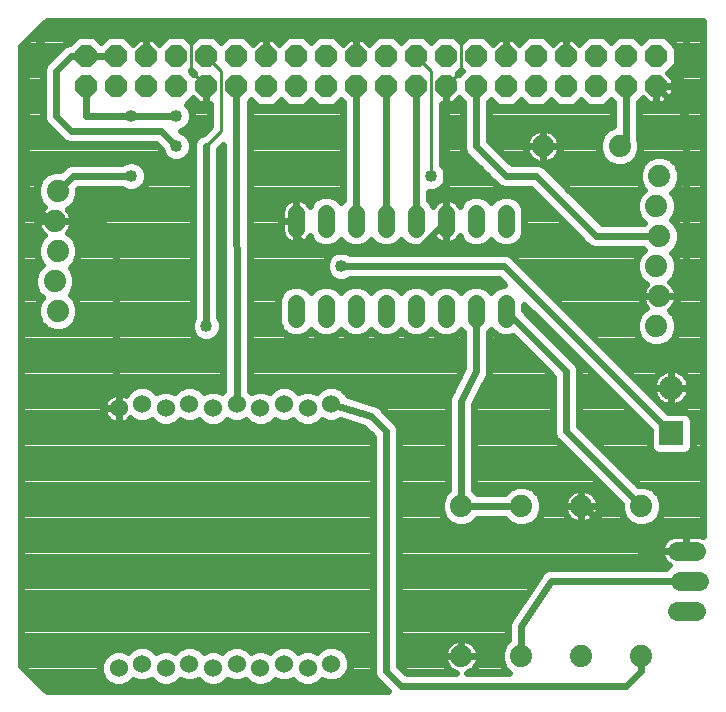
<source format=gbl>
G75*
%MOIN*%
%OFA0B0*%
%FSLAX25Y25*%
%IPPOS*%
%LPD*%
%AMOC8*
5,1,8,0,0,1.08239X$1,22.5*
%
%ADD10C,0.07400*%
%ADD11C,0.05600*%
%ADD12OC8,0.07400*%
%ADD13R,0.08000X0.08000*%
%ADD14C,0.08000*%
%ADD15C,0.06400*%
%ADD16C,0.06000*%
%ADD17C,0.02400*%
%ADD18C,0.01000*%
%ADD19C,0.04000*%
%ADD20C,0.01600*%
D10*
X0017700Y0132200D03*
X0016700Y0142200D03*
X0017700Y0152200D03*
X0016700Y0162200D03*
X0017700Y0172200D03*
X0152200Y0067200D03*
X0172200Y0067200D03*
X0192200Y0067200D03*
X0212200Y0067200D03*
X0212200Y0017200D03*
X0192200Y0017200D03*
X0172200Y0017200D03*
X0152200Y0017200D03*
X0217200Y0127200D03*
X0218200Y0137200D03*
X0217200Y0147200D03*
X0218200Y0157200D03*
X0217200Y0167200D03*
X0218200Y0177200D03*
X0204995Y0187200D03*
X0179405Y0187200D03*
D11*
X0167200Y0165000D02*
X0167200Y0159400D01*
X0157200Y0159400D02*
X0157200Y0165000D01*
X0147200Y0165000D02*
X0147200Y0159400D01*
X0137200Y0159400D02*
X0137200Y0165000D01*
X0127200Y0165000D02*
X0127200Y0159400D01*
X0117200Y0159400D02*
X0117200Y0165000D01*
X0107200Y0165000D02*
X0107200Y0159400D01*
X0097200Y0159400D02*
X0097200Y0165000D01*
X0097200Y0135000D02*
X0097200Y0129400D01*
X0107200Y0129400D02*
X0107200Y0135000D01*
X0117200Y0135000D02*
X0117200Y0129400D01*
X0127200Y0129400D02*
X0127200Y0135000D01*
X0137200Y0135000D02*
X0137200Y0129400D01*
X0147200Y0129400D02*
X0147200Y0135000D01*
X0157200Y0135000D02*
X0157200Y0129400D01*
X0167200Y0129400D02*
X0167200Y0135000D01*
D12*
X0167200Y0207200D03*
X0167200Y0217200D03*
X0157200Y0217200D03*
X0157200Y0207200D03*
X0147200Y0207200D03*
X0147200Y0217200D03*
X0137200Y0217200D03*
X0137200Y0207200D03*
X0127200Y0207200D03*
X0127200Y0217200D03*
X0117200Y0217200D03*
X0117200Y0207200D03*
X0107200Y0207200D03*
X0107200Y0217200D03*
X0097200Y0217200D03*
X0097200Y0207200D03*
X0087200Y0207200D03*
X0087200Y0217200D03*
X0077200Y0217200D03*
X0077200Y0207200D03*
X0067200Y0207200D03*
X0067200Y0217200D03*
X0057200Y0217200D03*
X0057200Y0207200D03*
X0047200Y0207200D03*
X0047200Y0217200D03*
X0037200Y0217200D03*
X0037200Y0207200D03*
X0027200Y0207200D03*
X0027200Y0217200D03*
X0177200Y0217200D03*
X0177200Y0207200D03*
X0187200Y0207200D03*
X0187200Y0217200D03*
X0197200Y0217200D03*
X0197200Y0207200D03*
X0207200Y0207200D03*
X0207200Y0217200D03*
X0217200Y0217200D03*
X0217200Y0207200D03*
D13*
X0222200Y0091500D03*
D14*
X0222200Y0106680D03*
D15*
X0224000Y0052200D02*
X0230400Y0052200D01*
X0231400Y0042200D02*
X0225000Y0042200D01*
X0224000Y0032200D02*
X0230400Y0032200D01*
D16*
X0108814Y0014593D03*
X0100940Y0013193D03*
X0093066Y0014593D03*
X0085192Y0013193D03*
X0077318Y0014593D03*
X0069444Y0013193D03*
X0061570Y0014593D03*
X0053696Y0013193D03*
X0045822Y0014593D03*
X0037948Y0013193D03*
X0037948Y0099807D03*
X0045822Y0101207D03*
X0053696Y0099807D03*
X0061570Y0101207D03*
X0069444Y0099807D03*
X0077318Y0101207D03*
X0085192Y0099807D03*
X0093066Y0101207D03*
X0100940Y0099807D03*
X0108814Y0101207D03*
D17*
X0032774Y0009599D02*
X0009801Y0009599D01*
X0007403Y0011997D02*
X0031748Y0011997D01*
X0031748Y0011960D02*
X0032692Y0009681D01*
X0034436Y0007937D01*
X0036715Y0006993D01*
X0039181Y0006993D01*
X0041460Y0007937D01*
X0042699Y0009176D01*
X0044589Y0008393D01*
X0047055Y0008393D01*
X0048945Y0009176D01*
X0050184Y0007937D01*
X0052463Y0006993D01*
X0054929Y0006993D01*
X0057208Y0007937D01*
X0058447Y0009176D01*
X0060337Y0008393D01*
X0062803Y0008393D01*
X0064693Y0009176D01*
X0065932Y0007937D01*
X0068211Y0006993D01*
X0070677Y0006993D01*
X0072956Y0007937D01*
X0074195Y0009176D01*
X0076085Y0008393D01*
X0078551Y0008393D01*
X0080441Y0009176D01*
X0081680Y0007937D01*
X0083959Y0006993D01*
X0086425Y0006993D01*
X0088704Y0007937D01*
X0089943Y0009176D01*
X0091833Y0008393D01*
X0094299Y0008393D01*
X0096189Y0009176D01*
X0097428Y0007937D01*
X0099707Y0006993D01*
X0102173Y0006993D01*
X0104452Y0007937D01*
X0105691Y0009176D01*
X0107581Y0008393D01*
X0110047Y0008393D01*
X0112326Y0009337D01*
X0114070Y0011081D01*
X0115014Y0013360D01*
X0115014Y0015826D01*
X0114070Y0018105D01*
X0112326Y0019849D01*
X0110047Y0020793D01*
X0107581Y0020793D01*
X0105302Y0019849D01*
X0104063Y0018610D01*
X0102173Y0019393D01*
X0099707Y0019393D01*
X0097817Y0018610D01*
X0096578Y0019849D01*
X0094299Y0020793D01*
X0091833Y0020793D01*
X0089554Y0019849D01*
X0088315Y0018610D01*
X0086425Y0019393D01*
X0083959Y0019393D01*
X0082069Y0018610D01*
X0080830Y0019849D01*
X0078551Y0020793D01*
X0076085Y0020793D01*
X0073806Y0019849D01*
X0072567Y0018610D01*
X0070677Y0019393D01*
X0068211Y0019393D01*
X0066321Y0018610D01*
X0065082Y0019849D01*
X0062803Y0020793D01*
X0060337Y0020793D01*
X0058058Y0019849D01*
X0056819Y0018610D01*
X0054929Y0019393D01*
X0052463Y0019393D01*
X0050573Y0018610D01*
X0049334Y0019849D01*
X0047055Y0020793D01*
X0044589Y0020793D01*
X0042310Y0019849D01*
X0041071Y0018610D01*
X0039181Y0019393D01*
X0036715Y0019393D01*
X0034436Y0018449D01*
X0032692Y0016705D01*
X0031748Y0014426D01*
X0031748Y0011960D01*
X0031748Y0014396D02*
X0005400Y0014396D01*
X0005400Y0014000D02*
X0005400Y0220400D01*
X0013961Y0228961D01*
X0232701Y0228961D01*
X0232701Y0057088D01*
X0232473Y0057204D01*
X0231665Y0057467D01*
X0230825Y0057600D01*
X0227200Y0057600D01*
X0227200Y0052200D01*
X0212200Y0052200D01*
X0192200Y0067200D01*
X0192200Y0067200D01*
X0192200Y0073100D01*
X0192664Y0073100D01*
X0193582Y0072955D01*
X0194465Y0072668D01*
X0195292Y0072246D01*
X0196044Y0071700D01*
X0196700Y0071044D01*
X0197246Y0070292D01*
X0197668Y0069465D01*
X0197955Y0068582D01*
X0198100Y0067664D01*
X0198100Y0067200D01*
X0192200Y0067200D01*
X0192200Y0067200D01*
X0192200Y0067200D01*
X0186300Y0067200D01*
X0186300Y0067664D01*
X0186445Y0068582D01*
X0186732Y0069465D01*
X0187154Y0070292D01*
X0187700Y0071044D01*
X0188356Y0071700D01*
X0189108Y0072246D01*
X0189935Y0072668D01*
X0190818Y0072955D01*
X0191736Y0073100D01*
X0192200Y0073100D01*
X0192200Y0067200D01*
X0198100Y0067200D01*
X0198100Y0066736D01*
X0197955Y0065818D01*
X0197668Y0064935D01*
X0197246Y0064108D01*
X0196700Y0063356D01*
X0196044Y0062700D01*
X0195292Y0062154D01*
X0194465Y0061732D01*
X0193582Y0061445D01*
X0192664Y0061300D01*
X0192200Y0061300D01*
X0192200Y0067200D01*
X0192200Y0067200D01*
X0186300Y0067200D01*
X0186300Y0066736D01*
X0186445Y0065818D01*
X0186732Y0064935D01*
X0187154Y0064108D01*
X0187700Y0063356D01*
X0188356Y0062700D01*
X0189108Y0062154D01*
X0189935Y0061732D01*
X0190818Y0061445D01*
X0191736Y0061300D01*
X0192200Y0061300D01*
X0192200Y0067200D01*
X0192200Y0067163D02*
X0192200Y0067163D01*
X0192200Y0069561D02*
X0192200Y0069561D01*
X0192200Y0071960D02*
X0192200Y0071960D01*
X0195686Y0071960D02*
X0201218Y0071960D01*
X0203616Y0069561D02*
X0197619Y0069561D01*
X0198100Y0067163D02*
X0205300Y0067163D01*
X0205300Y0067877D02*
X0205300Y0065827D01*
X0206350Y0063291D01*
X0208291Y0061350D01*
X0210827Y0060300D01*
X0213572Y0060300D01*
X0216109Y0061350D01*
X0218050Y0063291D01*
X0219100Y0065827D01*
X0219100Y0068572D01*
X0218050Y0071109D01*
X0216109Y0073050D01*
X0213572Y0074100D01*
X0211523Y0074100D01*
X0191600Y0094023D01*
X0191600Y0113075D01*
X0190930Y0114692D01*
X0173200Y0132423D01*
X0173200Y0134277D01*
X0215000Y0092477D01*
X0215000Y0086863D01*
X0215487Y0085687D01*
X0216387Y0084787D01*
X0217563Y0084300D01*
X0226837Y0084300D01*
X0228013Y0084787D01*
X0228913Y0085687D01*
X0229400Y0086863D01*
X0229400Y0096137D01*
X0228913Y0097313D01*
X0228013Y0098213D01*
X0226837Y0098700D01*
X0221223Y0098700D01*
X0170230Y0149692D01*
X0168992Y0150930D01*
X0167375Y0151600D01*
X0115154Y0151600D01*
X0115146Y0151608D01*
X0113234Y0152400D01*
X0111166Y0152400D01*
X0109254Y0151608D01*
X0107792Y0150146D01*
X0107000Y0148234D01*
X0107000Y0146166D01*
X0107792Y0144254D01*
X0109254Y0142792D01*
X0111166Y0142000D01*
X0113234Y0142000D01*
X0115146Y0142792D01*
X0115154Y0142800D01*
X0164677Y0142800D01*
X0166477Y0141000D01*
X0166007Y0141000D01*
X0163801Y0140087D01*
X0162200Y0138485D01*
X0160599Y0140087D01*
X0158393Y0141000D01*
X0156007Y0141000D01*
X0153801Y0140087D01*
X0152200Y0138485D01*
X0150599Y0140087D01*
X0148393Y0141000D01*
X0146007Y0141000D01*
X0143801Y0140087D01*
X0142200Y0138485D01*
X0140599Y0140087D01*
X0138393Y0141000D01*
X0136007Y0141000D01*
X0133801Y0140087D01*
X0132200Y0138485D01*
X0130599Y0140087D01*
X0128393Y0141000D01*
X0126007Y0141000D01*
X0123801Y0140087D01*
X0122200Y0138485D01*
X0120599Y0140087D01*
X0118393Y0141000D01*
X0116007Y0141000D01*
X0113801Y0140087D01*
X0112200Y0138485D01*
X0110599Y0140087D01*
X0108393Y0141000D01*
X0106007Y0141000D01*
X0103801Y0140087D01*
X0102200Y0138485D01*
X0100599Y0140087D01*
X0098393Y0141000D01*
X0096007Y0141000D01*
X0093801Y0140087D01*
X0092113Y0138399D01*
X0091200Y0136193D01*
X0091200Y0128207D01*
X0092113Y0126001D01*
X0093801Y0124313D01*
X0096007Y0123400D01*
X0098393Y0123400D01*
X0100599Y0124313D01*
X0102200Y0125915D01*
X0103801Y0124313D01*
X0106007Y0123400D01*
X0108393Y0123400D01*
X0110599Y0124313D01*
X0112200Y0125915D01*
X0113801Y0124313D01*
X0116007Y0123400D01*
X0118393Y0123400D01*
X0120599Y0124313D01*
X0122200Y0125915D01*
X0123801Y0124313D01*
X0126007Y0123400D01*
X0128393Y0123400D01*
X0130599Y0124313D01*
X0132200Y0125915D01*
X0133801Y0124313D01*
X0136007Y0123400D01*
X0138393Y0123400D01*
X0140599Y0124313D01*
X0142200Y0125915D01*
X0143801Y0124313D01*
X0146007Y0123400D01*
X0148393Y0123400D01*
X0150599Y0124313D01*
X0152200Y0125915D01*
X0152800Y0125315D01*
X0152800Y0113239D01*
X0148584Y0104806D01*
X0148470Y0104692D01*
X0148195Y0104028D01*
X0147873Y0103385D01*
X0147862Y0103224D01*
X0147800Y0103075D01*
X0147800Y0102356D01*
X0147749Y0101639D01*
X0147800Y0101486D01*
X0147800Y0072558D01*
X0146350Y0071109D01*
X0145300Y0068572D01*
X0145300Y0065827D01*
X0146350Y0063291D01*
X0148291Y0061350D01*
X0150827Y0060300D01*
X0153572Y0060300D01*
X0156109Y0061350D01*
X0157558Y0062800D01*
X0166842Y0062800D01*
X0168291Y0061350D01*
X0170827Y0060300D01*
X0173572Y0060300D01*
X0176109Y0061350D01*
X0178050Y0063291D01*
X0179100Y0065827D01*
X0179100Y0068572D01*
X0178050Y0071109D01*
X0176109Y0073050D01*
X0173572Y0074100D01*
X0170827Y0074100D01*
X0168291Y0073050D01*
X0166842Y0071600D01*
X0157558Y0071600D01*
X0156600Y0072558D01*
X0156600Y0101161D01*
X0160816Y0109594D01*
X0160930Y0109708D01*
X0161205Y0110372D01*
X0161527Y0111015D01*
X0161538Y0111176D01*
X0161600Y0111325D01*
X0161600Y0112044D01*
X0161651Y0112761D01*
X0161600Y0112914D01*
X0161600Y0125315D01*
X0162200Y0125915D01*
X0163801Y0124313D01*
X0166007Y0123400D01*
X0168393Y0123400D01*
X0169372Y0123805D01*
X0182800Y0110377D01*
X0182800Y0091325D01*
X0183470Y0089708D01*
X0205300Y0067877D01*
X0205740Y0064764D02*
X0197581Y0064764D01*
X0195584Y0062366D02*
X0207276Y0062366D01*
X0212200Y0067200D02*
X0187200Y0092200D01*
X0187200Y0112200D01*
X0167200Y0132200D01*
X0173700Y0131923D02*
X0175555Y0131923D01*
X0176098Y0129524D02*
X0177953Y0129524D01*
X0178497Y0127126D02*
X0180352Y0127126D01*
X0180895Y0124727D02*
X0182750Y0124727D01*
X0183294Y0122329D02*
X0185149Y0122329D01*
X0185692Y0119930D02*
X0187547Y0119930D01*
X0188091Y0117532D02*
X0189946Y0117532D01*
X0190490Y0115133D02*
X0192344Y0115133D01*
X0191600Y0112734D02*
X0194743Y0112734D01*
X0197141Y0110336D02*
X0191600Y0110336D01*
X0191600Y0107937D02*
X0199540Y0107937D01*
X0201938Y0105539D02*
X0191600Y0105539D01*
X0191600Y0103140D02*
X0204337Y0103140D01*
X0206736Y0100742D02*
X0191600Y0100742D01*
X0191600Y0098343D02*
X0209134Y0098343D01*
X0211533Y0095945D02*
X0191600Y0095945D01*
X0192076Y0093546D02*
X0213931Y0093546D01*
X0215000Y0091148D02*
X0194475Y0091148D01*
X0196873Y0088749D02*
X0215000Y0088749D01*
X0215212Y0086351D02*
X0199272Y0086351D01*
X0201670Y0083952D02*
X0232701Y0083952D01*
X0232701Y0081554D02*
X0204069Y0081554D01*
X0206467Y0079155D02*
X0232701Y0079155D01*
X0232701Y0076757D02*
X0208866Y0076757D01*
X0211264Y0074358D02*
X0232701Y0074358D01*
X0232701Y0071960D02*
X0217198Y0071960D01*
X0218690Y0069561D02*
X0232701Y0069561D01*
X0232701Y0067163D02*
X0219100Y0067163D01*
X0218660Y0064764D02*
X0232701Y0064764D01*
X0232701Y0062366D02*
X0217124Y0062366D01*
X0221170Y0056818D02*
X0220482Y0056319D01*
X0219881Y0055718D01*
X0219382Y0055030D01*
X0218996Y0054273D01*
X0218733Y0053465D01*
X0218600Y0052625D01*
X0218600Y0052200D01*
X0227200Y0052200D01*
X0227200Y0052200D01*
X0227200Y0052200D01*
X0227200Y0057600D01*
X0223575Y0057600D01*
X0222735Y0057467D01*
X0221927Y0057204D01*
X0221170Y0056818D01*
X0223378Y0057569D02*
X0131600Y0057569D01*
X0131600Y0059967D02*
X0232701Y0059967D01*
X0232701Y0057569D02*
X0231022Y0057569D01*
X0227200Y0057569D02*
X0227200Y0057569D01*
X0227200Y0055170D02*
X0227200Y0055170D01*
X0227200Y0052772D02*
X0227200Y0052772D01*
X0227200Y0052200D02*
X0218600Y0052200D01*
X0218600Y0051775D01*
X0218733Y0050935D01*
X0218996Y0050127D01*
X0219382Y0049370D01*
X0219881Y0048682D01*
X0220482Y0048081D01*
X0221170Y0047582D01*
X0221276Y0047527D01*
X0220349Y0046600D01*
X0182631Y0046600D01*
X0182195Y0046686D01*
X0181764Y0046600D01*
X0181325Y0046600D01*
X0180914Y0046430D01*
X0180479Y0046343D01*
X0180114Y0046098D01*
X0179708Y0045930D01*
X0179394Y0045616D01*
X0179024Y0045369D01*
X0178781Y0045003D01*
X0178470Y0044692D01*
X0178300Y0044282D01*
X0168781Y0030003D01*
X0168470Y0029692D01*
X0168300Y0029282D01*
X0168053Y0028912D01*
X0167968Y0028481D01*
X0167800Y0028075D01*
X0167800Y0027631D01*
X0167714Y0027195D01*
X0167800Y0026764D01*
X0167800Y0022558D01*
X0166350Y0021109D01*
X0165300Y0018572D01*
X0165300Y0015827D01*
X0166350Y0013291D01*
X0168042Y0011600D01*
X0154058Y0011600D01*
X0154465Y0011732D01*
X0155292Y0012154D01*
X0156044Y0012700D01*
X0156700Y0013356D01*
X0157246Y0014108D01*
X0157668Y0014935D01*
X0157955Y0015818D01*
X0158100Y0016736D01*
X0158100Y0017200D01*
X0158100Y0017664D01*
X0157955Y0018582D01*
X0157668Y0019465D01*
X0157246Y0020292D01*
X0156700Y0021044D01*
X0156044Y0021700D01*
X0155292Y0022246D01*
X0154465Y0022668D01*
X0153582Y0022955D01*
X0152664Y0023100D01*
X0152200Y0023100D01*
X0152200Y0017200D01*
X0152200Y0017200D01*
X0158100Y0017200D01*
X0152200Y0017200D01*
X0152200Y0017200D01*
X0152200Y0017200D01*
X0146300Y0017200D01*
X0146300Y0017664D01*
X0146445Y0018582D01*
X0146732Y0019465D01*
X0147154Y0020292D01*
X0147700Y0021044D01*
X0148356Y0021700D01*
X0149108Y0022246D01*
X0149935Y0022668D01*
X0150818Y0022955D01*
X0151736Y0023100D01*
X0152200Y0023100D01*
X0152200Y0017200D01*
X0146300Y0017200D01*
X0146300Y0016736D01*
X0146445Y0015818D01*
X0146732Y0014935D01*
X0147154Y0014108D01*
X0147700Y0013356D01*
X0148356Y0012700D01*
X0149108Y0012154D01*
X0149935Y0011732D01*
X0150342Y0011600D01*
X0134023Y0011600D01*
X0131600Y0014023D01*
X0131600Y0093075D01*
X0130930Y0094692D01*
X0125767Y0099856D01*
X0125657Y0100059D01*
X0125153Y0100470D01*
X0124692Y0100930D01*
X0124479Y0101018D01*
X0124300Y0101164D01*
X0123677Y0101351D01*
X0123075Y0101600D01*
X0122844Y0101600D01*
X0114303Y0104157D01*
X0114070Y0104719D01*
X0112326Y0106463D01*
X0110047Y0107407D01*
X0107581Y0107407D01*
X0105302Y0106463D01*
X0104063Y0105224D01*
X0102173Y0106007D01*
X0099707Y0106007D01*
X0097817Y0105224D01*
X0096578Y0106463D01*
X0094299Y0107407D01*
X0091833Y0107407D01*
X0089554Y0106463D01*
X0088315Y0105224D01*
X0086425Y0106007D01*
X0083959Y0106007D01*
X0082069Y0105224D01*
X0081713Y0105580D01*
X0081606Y0201848D01*
X0082200Y0202442D01*
X0084342Y0200300D01*
X0090058Y0200300D01*
X0092200Y0202442D01*
X0094342Y0200300D01*
X0100058Y0200300D01*
X0102200Y0202442D01*
X0104342Y0200300D01*
X0110058Y0200300D01*
X0112200Y0202442D01*
X0112800Y0201842D01*
X0112800Y0169085D01*
X0112200Y0168485D01*
X0110599Y0170087D01*
X0108393Y0171000D01*
X0106007Y0171000D01*
X0103801Y0170087D01*
X0102113Y0168399D01*
X0101650Y0167280D01*
X0101476Y0167621D01*
X0101014Y0168257D01*
X0100457Y0168814D01*
X0099821Y0169276D01*
X0099119Y0169634D01*
X0098371Y0169877D01*
X0097594Y0170000D01*
X0097200Y0170000D01*
X0097200Y0162200D01*
X0097200Y0157200D01*
X0102200Y0152200D01*
X0137200Y0152200D01*
X0147200Y0162200D01*
X0147200Y0207200D01*
X0147200Y0201300D01*
X0149644Y0201300D01*
X0151493Y0203149D01*
X0152800Y0201842D01*
X0152800Y0186325D01*
X0153470Y0184708D01*
X0163470Y0174708D01*
X0164708Y0173470D01*
X0166325Y0172800D01*
X0175377Y0172800D01*
X0193470Y0154708D01*
X0194708Y0153470D01*
X0196325Y0152800D01*
X0212842Y0152800D01*
X0212942Y0152700D01*
X0211350Y0151109D01*
X0210300Y0148572D01*
X0210300Y0145827D01*
X0211350Y0143291D01*
X0213291Y0141350D01*
X0213797Y0141141D01*
X0213700Y0141044D01*
X0213154Y0140292D01*
X0212732Y0139465D01*
X0212445Y0138582D01*
X0212300Y0137664D01*
X0212300Y0137200D01*
X0218200Y0137200D01*
X0227200Y0137200D01*
X0227200Y0197200D01*
X0217200Y0207200D01*
X0222200Y0207200D01*
X0227200Y0212200D01*
X0227200Y0222200D01*
X0222200Y0227200D01*
X0192200Y0227200D01*
X0187200Y0222200D01*
X0182200Y0227200D01*
X0172200Y0227200D01*
X0167200Y0222200D01*
X0167200Y0217200D01*
X0167200Y0217200D01*
X0167200Y0223100D01*
X0169644Y0223100D01*
X0171493Y0221251D01*
X0174342Y0224100D01*
X0180058Y0224100D01*
X0182907Y0221251D01*
X0184756Y0223100D01*
X0187200Y0223100D01*
X0187200Y0217200D01*
X0187200Y0222200D01*
X0187200Y0223066D02*
X0187200Y0223066D01*
X0187200Y0223100D02*
X0187200Y0217200D01*
X0187200Y0217200D01*
X0187200Y0218269D02*
X0187200Y0218269D01*
X0187200Y0220668D02*
X0187200Y0220668D01*
X0187200Y0223100D02*
X0189644Y0223100D01*
X0191493Y0221251D01*
X0194342Y0224100D01*
X0200058Y0224100D01*
X0202200Y0221958D01*
X0204342Y0224100D01*
X0210058Y0224100D01*
X0212200Y0221958D01*
X0214342Y0224100D01*
X0220058Y0224100D01*
X0224100Y0220058D01*
X0224100Y0214342D01*
X0221251Y0211493D01*
X0223100Y0209644D01*
X0223100Y0207200D01*
X0217200Y0207200D01*
X0217200Y0207200D01*
X0223100Y0207200D01*
X0223100Y0204756D01*
X0219644Y0201300D01*
X0217200Y0201300D01*
X0217200Y0207200D01*
X0217200Y0207200D01*
X0217200Y0201300D01*
X0214756Y0201300D01*
X0212907Y0203149D01*
X0211600Y0201842D01*
X0211600Y0189285D01*
X0211895Y0188572D01*
X0211895Y0185827D01*
X0210845Y0183291D01*
X0208904Y0181350D01*
X0206368Y0180300D01*
X0203623Y0180300D01*
X0201087Y0181350D01*
X0199146Y0183291D01*
X0198095Y0185827D01*
X0198095Y0188572D01*
X0199146Y0191109D01*
X0201087Y0193050D01*
X0202800Y0193759D01*
X0202800Y0201842D01*
X0202200Y0202442D01*
X0200058Y0200300D01*
X0194342Y0200300D01*
X0192200Y0202442D01*
X0190058Y0200300D01*
X0184342Y0200300D01*
X0182200Y0202442D01*
X0180058Y0200300D01*
X0174342Y0200300D01*
X0172200Y0202442D01*
X0170058Y0200300D01*
X0164342Y0200300D01*
X0162200Y0202442D01*
X0161600Y0201842D01*
X0161600Y0189023D01*
X0169023Y0181600D01*
X0177547Y0181600D01*
X0177140Y0181732D01*
X0176312Y0182154D01*
X0175561Y0182700D01*
X0174904Y0183356D01*
X0174359Y0184108D01*
X0173937Y0184935D01*
X0173650Y0185818D01*
X0173505Y0186736D01*
X0173505Y0187200D01*
X0179405Y0187200D01*
X0185305Y0187200D01*
X0185305Y0187664D01*
X0185159Y0188582D01*
X0184872Y0189465D01*
X0184451Y0190292D01*
X0183905Y0191044D01*
X0183248Y0191700D01*
X0182497Y0192246D01*
X0181670Y0192668D01*
X0180786Y0192955D01*
X0179869Y0193100D01*
X0179405Y0193100D01*
X0179405Y0187200D01*
X0179405Y0187200D01*
X0185305Y0187200D01*
X0185305Y0186736D01*
X0185159Y0185818D01*
X0184872Y0184935D01*
X0184451Y0184108D01*
X0183905Y0183356D01*
X0183248Y0182700D01*
X0182497Y0182154D01*
X0181670Y0181732D01*
X0180786Y0181445D01*
X0179869Y0181300D01*
X0179405Y0181300D01*
X0179405Y0187200D01*
X0179405Y0187200D01*
X0179405Y0187200D01*
X0179405Y0193100D01*
X0178940Y0193100D01*
X0178023Y0192955D01*
X0177140Y0192668D01*
X0176312Y0192246D01*
X0175561Y0191700D01*
X0174904Y0191044D01*
X0174359Y0190292D01*
X0173937Y0189465D01*
X0173650Y0188582D01*
X0173505Y0187664D01*
X0173505Y0187200D01*
X0179405Y0187200D01*
X0179405Y0181300D01*
X0178940Y0181300D01*
X0178712Y0181336D01*
X0179692Y0180930D01*
X0199023Y0161600D01*
X0212842Y0161600D01*
X0212942Y0161700D01*
X0211350Y0163291D01*
X0210300Y0165827D01*
X0210300Y0168572D01*
X0211350Y0171109D01*
X0212942Y0172700D01*
X0212350Y0173291D01*
X0211300Y0175827D01*
X0211300Y0178572D01*
X0212350Y0181109D01*
X0214291Y0183050D01*
X0216827Y0184100D01*
X0219572Y0184100D01*
X0222109Y0183050D01*
X0224050Y0181109D01*
X0225100Y0178572D01*
X0225100Y0175827D01*
X0224050Y0173291D01*
X0222458Y0171700D01*
X0223050Y0171109D01*
X0224100Y0168572D01*
X0224100Y0165827D01*
X0223050Y0163291D01*
X0222458Y0162700D01*
X0224050Y0161109D01*
X0225100Y0158572D01*
X0225100Y0155827D01*
X0224050Y0153291D01*
X0222458Y0151700D01*
X0223050Y0151109D01*
X0224100Y0148572D01*
X0224100Y0145827D01*
X0223050Y0143291D01*
X0221705Y0141947D01*
X0222044Y0141700D01*
X0222700Y0141044D01*
X0223246Y0140292D01*
X0223668Y0139465D01*
X0223955Y0138582D01*
X0224100Y0137664D01*
X0224100Y0137200D01*
X0218200Y0137200D01*
X0218200Y0137200D01*
X0224100Y0137200D01*
X0224100Y0136736D01*
X0223955Y0135818D01*
X0223668Y0134935D01*
X0223246Y0134108D01*
X0222700Y0133356D01*
X0222044Y0132700D01*
X0221705Y0132453D01*
X0223050Y0131109D01*
X0224100Y0128572D01*
X0224100Y0125827D01*
X0223050Y0123291D01*
X0221109Y0121350D01*
X0218572Y0120300D01*
X0215827Y0120300D01*
X0213291Y0121350D01*
X0211350Y0123291D01*
X0210300Y0125827D01*
X0210300Y0128572D01*
X0211350Y0131109D01*
X0213291Y0133050D01*
X0213797Y0133259D01*
X0213700Y0133356D01*
X0213154Y0134108D01*
X0212732Y0134935D01*
X0212445Y0135818D01*
X0212300Y0136736D01*
X0212300Y0137200D01*
X0218200Y0137200D01*
X0218200Y0137200D01*
X0212620Y0139118D02*
X0180804Y0139118D01*
X0178406Y0141517D02*
X0213125Y0141517D01*
X0211092Y0143915D02*
X0176007Y0143915D01*
X0173609Y0146314D02*
X0210300Y0146314D01*
X0210358Y0148712D02*
X0171210Y0148712D01*
X0168557Y0151111D02*
X0211353Y0151111D01*
X0218200Y0157200D02*
X0197200Y0157200D01*
X0177200Y0177200D01*
X0167200Y0177200D01*
X0157200Y0187200D01*
X0157200Y0207200D01*
X0152442Y0212200D02*
X0151493Y0211251D01*
X0151251Y0211493D01*
X0152200Y0212442D01*
X0152442Y0212200D01*
X0147200Y0207200D02*
X0147200Y0207200D01*
X0147200Y0201300D01*
X0145900Y0201300D01*
X0145900Y0180854D01*
X0146608Y0180146D01*
X0147400Y0178234D01*
X0147400Y0176166D01*
X0146608Y0174254D01*
X0145146Y0172792D01*
X0143234Y0172000D01*
X0141600Y0172000D01*
X0141600Y0169085D01*
X0142287Y0168399D01*
X0142750Y0167280D01*
X0142924Y0167621D01*
X0143386Y0168257D01*
X0143943Y0168814D01*
X0144579Y0169276D01*
X0145281Y0169634D01*
X0146029Y0169877D01*
X0146806Y0170000D01*
X0147200Y0170000D01*
X0147200Y0162200D01*
X0147200Y0162200D01*
X0147200Y0170000D01*
X0147594Y0170000D01*
X0148371Y0169877D01*
X0149119Y0169634D01*
X0149821Y0169276D01*
X0150457Y0168814D01*
X0151014Y0168257D01*
X0151476Y0167621D01*
X0151650Y0167280D01*
X0152113Y0168399D01*
X0153801Y0170087D01*
X0156007Y0171000D01*
X0158393Y0171000D01*
X0160599Y0170087D01*
X0162200Y0168485D01*
X0163801Y0170087D01*
X0166007Y0171000D01*
X0168393Y0171000D01*
X0170599Y0170087D01*
X0172287Y0168399D01*
X0173200Y0166193D01*
X0173200Y0158207D01*
X0172287Y0156001D01*
X0170599Y0154313D01*
X0168393Y0153400D01*
X0166007Y0153400D01*
X0163801Y0154313D01*
X0162200Y0155915D01*
X0160599Y0154313D01*
X0158393Y0153400D01*
X0156007Y0153400D01*
X0153801Y0154313D01*
X0152113Y0156001D01*
X0151650Y0157120D01*
X0151476Y0156779D01*
X0151014Y0156143D01*
X0150457Y0155586D01*
X0149821Y0155124D01*
X0149119Y0154766D01*
X0148371Y0154523D01*
X0147594Y0154400D01*
X0147200Y0154400D01*
X0147200Y0162200D01*
X0147200Y0162200D01*
X0147200Y0154400D01*
X0146806Y0154400D01*
X0146029Y0154523D01*
X0145281Y0154766D01*
X0144579Y0155124D01*
X0143943Y0155586D01*
X0143386Y0156143D01*
X0142924Y0156779D01*
X0142750Y0157120D01*
X0142287Y0156001D01*
X0140599Y0154313D01*
X0138393Y0153400D01*
X0136007Y0153400D01*
X0133801Y0154313D01*
X0132200Y0155915D01*
X0130599Y0154313D01*
X0128393Y0153400D01*
X0126007Y0153400D01*
X0123801Y0154313D01*
X0122200Y0155915D01*
X0120599Y0154313D01*
X0118393Y0153400D01*
X0116007Y0153400D01*
X0113801Y0154313D01*
X0112200Y0155915D01*
X0110599Y0154313D01*
X0108393Y0153400D01*
X0106007Y0153400D01*
X0103801Y0154313D01*
X0102113Y0156001D01*
X0101650Y0157120D01*
X0101476Y0156779D01*
X0101014Y0156143D01*
X0100457Y0155586D01*
X0099821Y0155124D01*
X0099119Y0154766D01*
X0098371Y0154523D01*
X0097594Y0154400D01*
X0097200Y0154400D01*
X0097200Y0162200D01*
X0097200Y0162200D01*
X0097200Y0162200D01*
X0097200Y0162200D01*
X0092200Y0162200D01*
X0092200Y0165394D01*
X0092323Y0166171D01*
X0092566Y0166919D01*
X0092924Y0167621D01*
X0093386Y0168257D01*
X0093943Y0168814D01*
X0094579Y0169276D01*
X0095281Y0169634D01*
X0096029Y0169877D01*
X0096806Y0170000D01*
X0097200Y0170000D01*
X0097200Y0162200D01*
X0097200Y0154400D01*
X0096806Y0154400D01*
X0096029Y0154523D01*
X0095281Y0154766D01*
X0094579Y0155124D01*
X0093943Y0155586D01*
X0093386Y0156143D01*
X0092924Y0156779D01*
X0092566Y0157481D01*
X0092323Y0158229D01*
X0092200Y0159006D01*
X0092200Y0162200D01*
X0097200Y0162200D01*
X0097200Y0163103D02*
X0097200Y0163103D01*
X0097200Y0160705D02*
X0097200Y0160705D01*
X0097200Y0158306D02*
X0097200Y0158306D01*
X0097200Y0155908D02*
X0097200Y0155908D01*
X0093621Y0155908D02*
X0081657Y0155908D01*
X0081654Y0158306D02*
X0092311Y0158306D01*
X0092200Y0160705D02*
X0081652Y0160705D01*
X0081649Y0163103D02*
X0092200Y0163103D01*
X0092217Y0165502D02*
X0081646Y0165502D01*
X0081644Y0167900D02*
X0093127Y0167900D01*
X0097200Y0167900D02*
X0097200Y0167900D01*
X0097200Y0165502D02*
X0097200Y0165502D01*
X0101273Y0167900D02*
X0101907Y0167900D01*
X0104314Y0170299D02*
X0081641Y0170299D01*
X0081638Y0172697D02*
X0112800Y0172697D01*
X0112800Y0170299D02*
X0110086Y0170299D01*
X0112800Y0175096D02*
X0081636Y0175096D01*
X0081633Y0177494D02*
X0112800Y0177494D01*
X0112800Y0179893D02*
X0081630Y0179893D01*
X0081628Y0182291D02*
X0112800Y0182291D01*
X0112800Y0184690D02*
X0081625Y0184690D01*
X0081622Y0187088D02*
X0112800Y0187088D01*
X0112800Y0189487D02*
X0081620Y0189487D01*
X0081617Y0191885D02*
X0112800Y0191885D01*
X0112800Y0194284D02*
X0081614Y0194284D01*
X0081612Y0196682D02*
X0112800Y0196682D01*
X0112800Y0199081D02*
X0081609Y0199081D01*
X0081606Y0201479D02*
X0083163Y0201479D01*
X0091237Y0201479D02*
X0093163Y0201479D01*
X0101237Y0201479D02*
X0103163Y0201479D01*
X0111237Y0201479D02*
X0112800Y0201479D01*
X0117200Y0207200D02*
X0117200Y0162200D01*
X0122193Y0155908D02*
X0122207Y0155908D01*
X0125743Y0153509D02*
X0118657Y0153509D01*
X0115743Y0153509D02*
X0108657Y0153509D01*
X0108757Y0151111D02*
X0081663Y0151111D01*
X0081660Y0153509D02*
X0105743Y0153509D01*
X0102207Y0155908D02*
X0100779Y0155908D01*
X0107198Y0148712D02*
X0081665Y0148712D01*
X0081668Y0146314D02*
X0107000Y0146314D01*
X0108131Y0143915D02*
X0081671Y0143915D01*
X0081673Y0141517D02*
X0165961Y0141517D01*
X0162833Y0139118D02*
X0161567Y0139118D01*
X0157200Y0132200D02*
X0157200Y0112200D01*
X0152200Y0102200D01*
X0152200Y0067200D01*
X0172200Y0067200D01*
X0177124Y0062366D02*
X0188816Y0062366D01*
X0186819Y0064764D02*
X0178660Y0064764D01*
X0179100Y0067163D02*
X0186300Y0067163D01*
X0186781Y0069561D02*
X0178690Y0069561D01*
X0177198Y0071960D02*
X0188714Y0071960D01*
X0192200Y0064764D02*
X0192200Y0064764D01*
X0192200Y0062366D02*
X0192200Y0062366D01*
X0198819Y0074358D02*
X0156600Y0074358D01*
X0156600Y0076757D02*
X0196421Y0076757D01*
X0194022Y0079155D02*
X0156600Y0079155D01*
X0156600Y0081554D02*
X0191624Y0081554D01*
X0189225Y0083952D02*
X0156600Y0083952D01*
X0156600Y0086351D02*
X0186827Y0086351D01*
X0184428Y0088749D02*
X0156600Y0088749D01*
X0156600Y0091148D02*
X0182873Y0091148D01*
X0182800Y0093546D02*
X0156600Y0093546D01*
X0156600Y0095945D02*
X0182800Y0095945D01*
X0182800Y0098343D02*
X0156600Y0098343D01*
X0156600Y0100742D02*
X0182800Y0100742D01*
X0182800Y0103140D02*
X0157590Y0103140D01*
X0158789Y0105539D02*
X0182800Y0105539D01*
X0182800Y0107937D02*
X0159988Y0107937D01*
X0161190Y0110336D02*
X0182800Y0110336D01*
X0180443Y0112734D02*
X0161649Y0112734D01*
X0161600Y0115133D02*
X0178044Y0115133D01*
X0175646Y0117532D02*
X0161600Y0117532D01*
X0161600Y0119930D02*
X0173247Y0119930D01*
X0170849Y0122329D02*
X0161600Y0122329D01*
X0161600Y0124727D02*
X0163388Y0124727D01*
X0152800Y0124727D02*
X0151012Y0124727D01*
X0152800Y0122329D02*
X0081695Y0122329D01*
X0081692Y0124727D02*
X0093388Y0124727D01*
X0091648Y0127126D02*
X0081689Y0127126D01*
X0081687Y0129524D02*
X0091200Y0129524D01*
X0091200Y0131923D02*
X0081684Y0131923D01*
X0081681Y0134321D02*
X0091200Y0134321D01*
X0091418Y0136720D02*
X0081679Y0136720D01*
X0081676Y0139118D02*
X0092833Y0139118D01*
X0101567Y0139118D02*
X0102833Y0139118D01*
X0111567Y0139118D02*
X0112833Y0139118D01*
X0112200Y0147200D02*
X0166500Y0147200D01*
X0222200Y0091500D01*
X0227697Y0098343D02*
X0232701Y0098343D01*
X0232701Y0095945D02*
X0229400Y0095945D01*
X0229400Y0093546D02*
X0232701Y0093546D01*
X0232701Y0091148D02*
X0229400Y0091148D01*
X0229400Y0088749D02*
X0232701Y0088749D01*
X0232701Y0086351D02*
X0229188Y0086351D01*
X0232701Y0100742D02*
X0223990Y0100742D01*
X0223652Y0100632D02*
X0224580Y0100934D01*
X0225450Y0101377D01*
X0226239Y0101950D01*
X0226929Y0102640D01*
X0227503Y0103430D01*
X0227946Y0104300D01*
X0228247Y0105228D01*
X0228400Y0106192D01*
X0228400Y0106679D01*
X0222200Y0106679D01*
X0222200Y0100480D01*
X0222200Y0106679D01*
X0222200Y0106679D01*
X0216000Y0106679D01*
X0216000Y0106192D01*
X0216153Y0105228D01*
X0216454Y0104300D01*
X0216897Y0103430D01*
X0217471Y0102640D01*
X0218161Y0101950D01*
X0218950Y0101377D01*
X0219820Y0100934D01*
X0220748Y0100632D01*
X0221712Y0100480D01*
X0222200Y0100480D01*
X0222688Y0100480D01*
X0223652Y0100632D01*
X0222200Y0100742D02*
X0222200Y0100742D01*
X0220410Y0100742D02*
X0219181Y0100742D01*
X0217108Y0103140D02*
X0216782Y0103140D01*
X0216103Y0105539D02*
X0214384Y0105539D01*
X0216000Y0106680D02*
X0222200Y0106680D01*
X0222200Y0112880D01*
X0221712Y0112880D01*
X0220748Y0112727D01*
X0219820Y0112425D01*
X0218950Y0111982D01*
X0218161Y0111409D01*
X0217471Y0110719D01*
X0216897Y0109929D01*
X0216454Y0109059D01*
X0216153Y0108131D01*
X0216000Y0107167D01*
X0216000Y0106680D01*
X0216122Y0107937D02*
X0211985Y0107937D01*
X0209587Y0110336D02*
X0217193Y0110336D01*
X0220796Y0112734D02*
X0207188Y0112734D01*
X0204790Y0115133D02*
X0232701Y0115133D01*
X0232701Y0112734D02*
X0223604Y0112734D01*
X0223652Y0112727D02*
X0222688Y0112880D01*
X0222200Y0112880D01*
X0222200Y0106680D01*
X0222200Y0106680D01*
X0222200Y0106679D01*
X0222200Y0106680D01*
X0228400Y0106680D01*
X0228400Y0107167D01*
X0228247Y0108131D01*
X0227946Y0109059D01*
X0227503Y0109929D01*
X0226929Y0110719D01*
X0226239Y0111409D01*
X0225450Y0111982D01*
X0224580Y0112425D01*
X0223652Y0112727D01*
X0222200Y0112734D02*
X0222200Y0112734D01*
X0222200Y0110336D02*
X0222200Y0110336D01*
X0222200Y0107937D02*
X0222200Y0107937D01*
X0222200Y0105539D02*
X0222200Y0105539D01*
X0222200Y0103140D02*
X0222200Y0103140D01*
X0227292Y0103140D02*
X0232701Y0103140D01*
X0232701Y0105539D02*
X0228297Y0105539D01*
X0228278Y0107937D02*
X0232701Y0107937D01*
X0232701Y0110336D02*
X0227207Y0110336D01*
X0232701Y0117532D02*
X0202391Y0117532D01*
X0199992Y0119930D02*
X0232701Y0119930D01*
X0232701Y0122329D02*
X0222087Y0122329D01*
X0223644Y0124727D02*
X0232701Y0124727D01*
X0232701Y0127126D02*
X0224100Y0127126D01*
X0223706Y0129524D02*
X0232701Y0129524D01*
X0232701Y0131923D02*
X0222235Y0131923D01*
X0223355Y0134321D02*
X0232701Y0134321D01*
X0232701Y0136720D02*
X0224097Y0136720D01*
X0223780Y0139118D02*
X0232701Y0139118D01*
X0232701Y0141517D02*
X0222227Y0141517D01*
X0223308Y0143915D02*
X0232701Y0143915D01*
X0232701Y0146314D02*
X0224100Y0146314D01*
X0224042Y0148712D02*
X0232701Y0148712D01*
X0232701Y0151111D02*
X0223047Y0151111D01*
X0224140Y0153509D02*
X0232701Y0153509D01*
X0232701Y0155908D02*
X0225100Y0155908D01*
X0225100Y0158306D02*
X0232701Y0158306D01*
X0232701Y0160705D02*
X0224217Y0160705D01*
X0222861Y0163103D02*
X0232701Y0163103D01*
X0232701Y0165502D02*
X0223965Y0165502D01*
X0224100Y0167900D02*
X0232701Y0167900D01*
X0232701Y0170299D02*
X0223385Y0170299D01*
X0223455Y0172697D02*
X0232701Y0172697D01*
X0232701Y0175096D02*
X0224797Y0175096D01*
X0225100Y0177494D02*
X0232701Y0177494D01*
X0232701Y0179893D02*
X0224553Y0179893D01*
X0222867Y0182291D02*
X0232701Y0182291D01*
X0232701Y0184690D02*
X0211424Y0184690D01*
X0211895Y0187088D02*
X0232701Y0187088D01*
X0232701Y0189487D02*
X0211600Y0189487D01*
X0211600Y0191885D02*
X0232701Y0191885D01*
X0232701Y0194284D02*
X0211600Y0194284D01*
X0211600Y0196682D02*
X0232701Y0196682D01*
X0232701Y0199081D02*
X0211600Y0199081D01*
X0211600Y0201479D02*
X0214577Y0201479D01*
X0217200Y0201479D02*
X0217200Y0201479D01*
X0217200Y0203878D02*
X0217200Y0203878D01*
X0219823Y0201479D02*
X0232701Y0201479D01*
X0232701Y0203878D02*
X0222222Y0203878D01*
X0223100Y0206276D02*
X0232701Y0206276D01*
X0232701Y0208675D02*
X0223100Y0208675D01*
X0221670Y0211073D02*
X0232701Y0211073D01*
X0232701Y0213472D02*
X0223230Y0213472D01*
X0224100Y0215870D02*
X0232701Y0215870D01*
X0232701Y0218269D02*
X0224100Y0218269D01*
X0223491Y0220668D02*
X0232701Y0220668D01*
X0232701Y0223066D02*
X0221092Y0223066D01*
X0213308Y0223066D02*
X0211092Y0223066D01*
X0203308Y0223066D02*
X0201092Y0223066D01*
X0193308Y0223066D02*
X0189678Y0223066D01*
X0184722Y0223066D02*
X0181092Y0223066D01*
X0173308Y0223066D02*
X0169678Y0223066D01*
X0167200Y0223066D02*
X0167200Y0223066D01*
X0167200Y0223100D02*
X0164756Y0223100D01*
X0162907Y0221251D01*
X0160058Y0224100D01*
X0154342Y0224100D01*
X0152200Y0221958D01*
X0150058Y0224100D01*
X0144342Y0224100D01*
X0142200Y0221958D01*
X0140058Y0224100D01*
X0134342Y0224100D01*
X0132200Y0221958D01*
X0130058Y0224100D01*
X0124342Y0224100D01*
X0121493Y0221251D01*
X0119644Y0223100D01*
X0117200Y0223100D01*
X0117200Y0217200D01*
X0117200Y0222200D01*
X0122200Y0227200D01*
X0152200Y0227200D01*
X0162200Y0227200D01*
X0167200Y0222200D01*
X0167200Y0223100D02*
X0167200Y0217200D01*
X0167200Y0218269D02*
X0167200Y0218269D01*
X0167200Y0220668D02*
X0167200Y0220668D01*
X0164722Y0223066D02*
X0161092Y0223066D01*
X0153308Y0223066D02*
X0151092Y0223066D01*
X0143308Y0223066D02*
X0141092Y0223066D01*
X0133308Y0223066D02*
X0131092Y0223066D01*
X0123308Y0223066D02*
X0119678Y0223066D01*
X0117200Y0223066D02*
X0117200Y0223066D01*
X0117200Y0223100D02*
X0114756Y0223100D01*
X0112907Y0221251D01*
X0110058Y0224100D01*
X0104342Y0224100D01*
X0102200Y0221958D01*
X0100058Y0224100D01*
X0094342Y0224100D01*
X0091493Y0221251D01*
X0089644Y0223100D01*
X0087200Y0223100D01*
X0087200Y0217200D01*
X0087200Y0222200D01*
X0092200Y0227200D01*
X0112200Y0227200D01*
X0117200Y0222200D01*
X0117200Y0223100D02*
X0117200Y0217200D01*
X0117200Y0217200D01*
X0117200Y0218269D02*
X0117200Y0218269D01*
X0117200Y0220668D02*
X0117200Y0220668D01*
X0114722Y0223066D02*
X0111092Y0223066D01*
X0103308Y0223066D02*
X0101092Y0223066D01*
X0093308Y0223066D02*
X0089678Y0223066D01*
X0087200Y0223066D02*
X0087200Y0223066D01*
X0087200Y0223100D02*
X0084756Y0223100D01*
X0082907Y0221251D01*
X0080058Y0224100D01*
X0074342Y0224100D01*
X0072200Y0221958D01*
X0070058Y0224100D01*
X0064342Y0224100D01*
X0062200Y0221958D01*
X0060058Y0224100D01*
X0054342Y0224100D01*
X0051493Y0221251D01*
X0049644Y0223100D01*
X0047200Y0223100D01*
X0047200Y0217200D01*
X0047200Y0222200D01*
X0052200Y0227200D01*
X0062200Y0227200D01*
X0082200Y0227200D01*
X0087200Y0222200D01*
X0087200Y0223100D02*
X0087200Y0217200D01*
X0087200Y0217200D01*
X0087200Y0218269D02*
X0087200Y0218269D01*
X0087200Y0220668D02*
X0087200Y0220668D01*
X0084722Y0223066D02*
X0081092Y0223066D01*
X0073308Y0223066D02*
X0071092Y0223066D01*
X0063308Y0223066D02*
X0061092Y0223066D01*
X0053308Y0223066D02*
X0049678Y0223066D01*
X0047200Y0223066D02*
X0047200Y0223066D01*
X0047200Y0223100D02*
X0044756Y0223100D01*
X0042907Y0221251D01*
X0040058Y0224100D01*
X0034342Y0224100D01*
X0032200Y0221958D01*
X0030058Y0224100D01*
X0024342Y0224100D01*
X0021842Y0221600D01*
X0021325Y0221600D01*
X0019708Y0220930D01*
X0018470Y0219692D01*
X0013470Y0214692D01*
X0012800Y0213075D01*
X0012800Y0196325D01*
X0013470Y0194708D01*
X0014708Y0193470D01*
X0019708Y0188470D01*
X0021325Y0187800D01*
X0050377Y0187800D01*
X0052000Y0186177D01*
X0052000Y0186166D01*
X0052792Y0184254D01*
X0054254Y0182792D01*
X0056166Y0182000D01*
X0058234Y0182000D01*
X0060146Y0182792D01*
X0061608Y0184254D01*
X0062400Y0186166D01*
X0062400Y0188234D01*
X0061608Y0190146D01*
X0060146Y0191608D01*
X0058717Y0192200D01*
X0060146Y0192792D01*
X0061608Y0194254D01*
X0062400Y0196166D01*
X0062400Y0198234D01*
X0061608Y0200146D01*
X0060756Y0200998D01*
X0062907Y0203149D01*
X0064756Y0201300D01*
X0067200Y0201300D01*
X0068500Y0201300D01*
X0068500Y0193733D01*
X0066367Y0191600D01*
X0066325Y0191600D01*
X0064708Y0190930D01*
X0063470Y0189692D01*
X0062800Y0188075D01*
X0062800Y0130154D01*
X0062792Y0130146D01*
X0062000Y0128234D01*
X0062000Y0126166D01*
X0062792Y0124254D01*
X0064254Y0122792D01*
X0066166Y0122000D01*
X0068234Y0122000D01*
X0070146Y0122792D01*
X0071608Y0124254D01*
X0072400Y0126166D01*
X0072400Y0128234D01*
X0071608Y0130146D01*
X0071600Y0130154D01*
X0071600Y0186367D01*
X0072822Y0187589D01*
X0072913Y0105570D01*
X0072567Y0105224D01*
X0070677Y0106007D01*
X0068211Y0106007D01*
X0066321Y0105224D01*
X0065082Y0106463D01*
X0062803Y0107407D01*
X0060337Y0107407D01*
X0058058Y0106463D01*
X0056819Y0105224D01*
X0054929Y0106007D01*
X0052463Y0106007D01*
X0050573Y0105224D01*
X0049334Y0106463D01*
X0047055Y0107407D01*
X0044589Y0107407D01*
X0042310Y0106463D01*
X0040566Y0104719D01*
X0040426Y0104381D01*
X0039944Y0104626D01*
X0039166Y0104879D01*
X0038357Y0105007D01*
X0037948Y0105007D01*
X0037539Y0105007D01*
X0036730Y0104879D01*
X0035952Y0104626D01*
X0035223Y0104255D01*
X0034560Y0103773D01*
X0033982Y0103195D01*
X0033501Y0102532D01*
X0033129Y0101803D01*
X0032876Y0101025D01*
X0032748Y0100216D01*
X0032748Y0099807D01*
X0032748Y0099398D01*
X0032876Y0098589D01*
X0033129Y0097811D01*
X0033501Y0097082D01*
X0033982Y0096420D01*
X0034560Y0095841D01*
X0035223Y0095360D01*
X0035952Y0094988D01*
X0036730Y0094735D01*
X0037539Y0094607D01*
X0037948Y0094607D01*
X0037948Y0099807D01*
X0037948Y0099807D01*
X0037948Y0106452D01*
X0037200Y0107200D01*
X0037200Y0157200D01*
X0032200Y0162200D01*
X0016700Y0162200D01*
X0007200Y0167200D01*
X0007200Y0217200D01*
X0017200Y0227200D01*
X0042200Y0227200D01*
X0047200Y0222200D01*
X0047200Y0223100D02*
X0047200Y0217200D01*
X0047200Y0217200D01*
X0047200Y0218269D02*
X0047200Y0218269D01*
X0047200Y0220668D02*
X0047200Y0220668D01*
X0044722Y0223066D02*
X0041092Y0223066D01*
X0037200Y0217200D02*
X0027200Y0217200D01*
X0022200Y0217200D01*
X0017200Y0212200D01*
X0017200Y0197200D01*
X0022200Y0192200D01*
X0052200Y0192200D01*
X0057200Y0187200D01*
X0062400Y0187088D02*
X0062800Y0187088D01*
X0062800Y0184690D02*
X0061789Y0184690D01*
X0062800Y0182291D02*
X0058938Y0182291D01*
X0062800Y0179893D02*
X0046713Y0179893D01*
X0046608Y0180146D02*
X0045146Y0181608D01*
X0043234Y0182400D01*
X0041166Y0182400D01*
X0039254Y0181608D01*
X0039246Y0181600D01*
X0021825Y0181600D01*
X0020208Y0180930D01*
X0018970Y0179692D01*
X0018377Y0179100D01*
X0016327Y0179100D01*
X0013791Y0178050D01*
X0011850Y0176109D01*
X0010800Y0173572D01*
X0010800Y0170827D01*
X0011850Y0168291D01*
X0013195Y0166947D01*
X0012856Y0166700D01*
X0012200Y0166044D01*
X0011654Y0165292D01*
X0011232Y0164465D01*
X0010945Y0163582D01*
X0010800Y0162664D01*
X0010800Y0162200D01*
X0016700Y0162200D01*
X0022600Y0162200D01*
X0022600Y0162664D01*
X0022455Y0163582D01*
X0022168Y0164465D01*
X0021746Y0165292D01*
X0021200Y0166044D01*
X0021103Y0166141D01*
X0021609Y0166350D01*
X0023550Y0168291D01*
X0024600Y0170827D01*
X0024600Y0172800D01*
X0039246Y0172800D01*
X0039254Y0172792D01*
X0041166Y0172000D01*
X0043234Y0172000D01*
X0045146Y0172792D01*
X0046608Y0174254D01*
X0047400Y0176166D01*
X0047400Y0178234D01*
X0046608Y0180146D01*
X0047400Y0177494D02*
X0062800Y0177494D01*
X0062800Y0175096D02*
X0046957Y0175096D01*
X0044918Y0172697D02*
X0062800Y0172697D01*
X0062800Y0170299D02*
X0024381Y0170299D01*
X0024600Y0172697D02*
X0039482Y0172697D01*
X0042200Y0177200D02*
X0022700Y0177200D01*
X0017700Y0172200D01*
X0013236Y0177494D02*
X0005400Y0177494D01*
X0005400Y0175096D02*
X0011431Y0175096D01*
X0010800Y0172697D02*
X0005400Y0172697D01*
X0005400Y0170299D02*
X0011019Y0170299D01*
X0012242Y0167900D02*
X0005400Y0167900D01*
X0005400Y0165502D02*
X0011806Y0165502D01*
X0010870Y0163103D02*
X0005400Y0163103D01*
X0005400Y0160705D02*
X0010982Y0160705D01*
X0010945Y0160818D02*
X0011232Y0159935D01*
X0011654Y0159108D01*
X0012200Y0158356D01*
X0012856Y0157700D01*
X0013195Y0157453D01*
X0011850Y0156109D01*
X0010800Y0153572D01*
X0010800Y0150827D01*
X0011850Y0148291D01*
X0012442Y0147700D01*
X0010850Y0146109D01*
X0009800Y0143572D01*
X0009800Y0140827D01*
X0010850Y0138291D01*
X0012442Y0136700D01*
X0011850Y0136109D01*
X0010800Y0133572D01*
X0010800Y0130827D01*
X0011850Y0128291D01*
X0013791Y0126350D01*
X0016327Y0125300D01*
X0019072Y0125300D01*
X0021609Y0126350D01*
X0023550Y0128291D01*
X0024600Y0130827D01*
X0024600Y0133572D01*
X0023550Y0136109D01*
X0021958Y0137700D01*
X0022550Y0138291D01*
X0023600Y0140827D01*
X0023600Y0143572D01*
X0022550Y0146109D01*
X0021958Y0146700D01*
X0023550Y0148291D01*
X0024600Y0150827D01*
X0024600Y0153572D01*
X0023550Y0156109D01*
X0021609Y0158050D01*
X0021103Y0158259D01*
X0021200Y0158356D01*
X0021746Y0159108D01*
X0022168Y0159935D01*
X0022455Y0160818D01*
X0022600Y0161736D01*
X0022600Y0162200D01*
X0016700Y0162200D01*
X0016700Y0162200D01*
X0016700Y0162200D01*
X0010800Y0162200D01*
X0010800Y0161736D01*
X0010945Y0160818D01*
X0012250Y0158306D02*
X0005400Y0158306D01*
X0005400Y0155908D02*
X0011767Y0155908D01*
X0010800Y0153509D02*
X0005400Y0153509D01*
X0005400Y0151111D02*
X0010800Y0151111D01*
X0011676Y0148712D02*
X0005400Y0148712D01*
X0005400Y0146314D02*
X0011056Y0146314D01*
X0009942Y0143915D02*
X0005400Y0143915D01*
X0005400Y0141517D02*
X0009800Y0141517D01*
X0010508Y0139118D02*
X0005400Y0139118D01*
X0005400Y0136720D02*
X0012422Y0136720D01*
X0011110Y0134321D02*
X0005400Y0134321D01*
X0005400Y0131923D02*
X0010800Y0131923D01*
X0011340Y0129524D02*
X0005400Y0129524D01*
X0005400Y0127126D02*
X0013016Y0127126D01*
X0005400Y0124727D02*
X0062596Y0124727D01*
X0062000Y0127126D02*
X0022384Y0127126D01*
X0024060Y0129524D02*
X0062534Y0129524D01*
X0062800Y0131923D02*
X0024600Y0131923D01*
X0024290Y0134321D02*
X0062800Y0134321D01*
X0062800Y0136720D02*
X0022938Y0136720D01*
X0022892Y0139118D02*
X0062800Y0139118D01*
X0062800Y0141517D02*
X0023600Y0141517D01*
X0023458Y0143915D02*
X0062800Y0143915D01*
X0062800Y0146314D02*
X0022344Y0146314D01*
X0023724Y0148712D02*
X0062800Y0148712D01*
X0062800Y0151111D02*
X0024600Y0151111D01*
X0024600Y0153509D02*
X0062800Y0153509D01*
X0062800Y0155908D02*
X0023633Y0155908D01*
X0021150Y0158306D02*
X0062800Y0158306D01*
X0062800Y0160705D02*
X0022418Y0160705D01*
X0022530Y0163103D02*
X0062800Y0163103D01*
X0062800Y0165502D02*
X0021594Y0165502D01*
X0023158Y0167900D02*
X0062800Y0167900D01*
X0071600Y0167900D02*
X0072844Y0167900D01*
X0072846Y0165502D02*
X0071600Y0165502D01*
X0071600Y0163103D02*
X0072849Y0163103D01*
X0072852Y0160705D02*
X0071600Y0160705D01*
X0071600Y0158306D02*
X0072854Y0158306D01*
X0072857Y0155908D02*
X0071600Y0155908D01*
X0071600Y0153509D02*
X0072860Y0153509D01*
X0072862Y0151111D02*
X0071600Y0151111D01*
X0071600Y0148712D02*
X0072865Y0148712D01*
X0072868Y0146314D02*
X0071600Y0146314D01*
X0071600Y0143915D02*
X0072871Y0143915D01*
X0072873Y0141517D02*
X0071600Y0141517D01*
X0071600Y0139118D02*
X0072876Y0139118D01*
X0072879Y0136720D02*
X0071600Y0136720D01*
X0071600Y0134321D02*
X0072881Y0134321D01*
X0072884Y0131923D02*
X0071600Y0131923D01*
X0071866Y0129524D02*
X0072887Y0129524D01*
X0072889Y0127126D02*
X0072400Y0127126D01*
X0072892Y0124727D02*
X0071804Y0124727D01*
X0072895Y0122329D02*
X0069028Y0122329D01*
X0072897Y0119930D02*
X0005400Y0119930D01*
X0005400Y0117532D02*
X0072900Y0117532D01*
X0072903Y0115133D02*
X0005400Y0115133D01*
X0005400Y0112734D02*
X0072905Y0112734D01*
X0072908Y0110336D02*
X0005400Y0110336D01*
X0005400Y0107937D02*
X0072911Y0107937D01*
X0072882Y0105539D02*
X0071807Y0105539D01*
X0067081Y0105539D02*
X0066006Y0105539D01*
X0057134Y0105539D02*
X0056059Y0105539D01*
X0051333Y0105539D02*
X0050258Y0105539D01*
X0041386Y0105539D02*
X0005400Y0105539D01*
X0005400Y0103140D02*
X0033942Y0103140D01*
X0032831Y0100742D02*
X0005400Y0100742D01*
X0005400Y0098343D02*
X0032956Y0098343D01*
X0032748Y0099807D02*
X0037948Y0099807D01*
X0037948Y0094607D01*
X0038357Y0094607D01*
X0039166Y0094735D01*
X0039944Y0094988D01*
X0040673Y0095360D01*
X0041336Y0095841D01*
X0041878Y0096383D01*
X0042310Y0095951D01*
X0044589Y0095007D01*
X0047055Y0095007D01*
X0048945Y0095790D01*
X0050184Y0094551D01*
X0052463Y0093607D01*
X0054929Y0093607D01*
X0057208Y0094551D01*
X0058447Y0095790D01*
X0060337Y0095007D01*
X0062803Y0095007D01*
X0064693Y0095790D01*
X0065932Y0094551D01*
X0068211Y0093607D01*
X0070677Y0093607D01*
X0072956Y0094551D01*
X0074195Y0095790D01*
X0076085Y0095007D01*
X0078551Y0095007D01*
X0080441Y0095790D01*
X0081680Y0094551D01*
X0083959Y0093607D01*
X0086425Y0093607D01*
X0088704Y0094551D01*
X0089943Y0095790D01*
X0091833Y0095007D01*
X0094299Y0095007D01*
X0096189Y0095790D01*
X0097428Y0094551D01*
X0099707Y0093607D01*
X0102173Y0093607D01*
X0104452Y0094551D01*
X0105691Y0095790D01*
X0107581Y0095007D01*
X0110047Y0095007D01*
X0111782Y0095726D01*
X0119874Y0093303D01*
X0122800Y0090377D01*
X0122800Y0011325D01*
X0123470Y0009708D01*
X0124708Y0008470D01*
X0127777Y0005400D01*
X0014000Y0005400D01*
X0005400Y0014000D01*
X0005400Y0016794D02*
X0032781Y0016794D01*
X0036231Y0019193D02*
X0005400Y0019193D01*
X0005400Y0021591D02*
X0122800Y0021591D01*
X0122800Y0019193D02*
X0112983Y0019193D01*
X0114613Y0016794D02*
X0122800Y0016794D01*
X0122800Y0014396D02*
X0115014Y0014396D01*
X0114450Y0011997D02*
X0122800Y0011997D01*
X0123579Y0009599D02*
X0112588Y0009599D01*
X0102673Y0007200D02*
X0125977Y0007200D01*
X0127200Y0012200D02*
X0127200Y0092200D01*
X0122200Y0097200D01*
X0108814Y0101207D01*
X0104378Y0105539D02*
X0103304Y0105539D01*
X0098577Y0105539D02*
X0097502Y0105539D01*
X0088630Y0105539D02*
X0087555Y0105539D01*
X0082829Y0105539D02*
X0081754Y0105539D01*
X0081711Y0107937D02*
X0150149Y0107937D01*
X0148950Y0105539D02*
X0113250Y0105539D01*
X0117698Y0103140D02*
X0147827Y0103140D01*
X0147800Y0100742D02*
X0124881Y0100742D01*
X0127279Y0098343D02*
X0147800Y0098343D01*
X0147800Y0095945D02*
X0129678Y0095945D01*
X0131405Y0093546D02*
X0147800Y0093546D01*
X0147800Y0091148D02*
X0131600Y0091148D01*
X0131600Y0088749D02*
X0147800Y0088749D01*
X0147800Y0086351D02*
X0131600Y0086351D01*
X0131600Y0083952D02*
X0147800Y0083952D01*
X0147800Y0081554D02*
X0131600Y0081554D01*
X0131600Y0079155D02*
X0147800Y0079155D01*
X0147800Y0076757D02*
X0131600Y0076757D01*
X0131600Y0074358D02*
X0147800Y0074358D01*
X0147202Y0071960D02*
X0131600Y0071960D01*
X0131600Y0069561D02*
X0145710Y0069561D01*
X0145300Y0067163D02*
X0131600Y0067163D01*
X0131600Y0064764D02*
X0145740Y0064764D01*
X0147276Y0062366D02*
X0131600Y0062366D01*
X0131600Y0055170D02*
X0219483Y0055170D01*
X0218623Y0052772D02*
X0131600Y0052772D01*
X0131600Y0050373D02*
X0218916Y0050373D01*
X0220629Y0047975D02*
X0131600Y0047975D01*
X0131600Y0045576D02*
X0179334Y0045576D01*
X0177564Y0043178D02*
X0131600Y0043178D01*
X0131600Y0040779D02*
X0175965Y0040779D01*
X0174366Y0038381D02*
X0131600Y0038381D01*
X0131600Y0035982D02*
X0172767Y0035982D01*
X0171168Y0033584D02*
X0131600Y0033584D01*
X0131600Y0031185D02*
X0169569Y0031185D01*
X0168029Y0028787D02*
X0131600Y0028787D01*
X0131600Y0026388D02*
X0167800Y0026388D01*
X0167800Y0023990D02*
X0131600Y0023990D01*
X0131600Y0021591D02*
X0148247Y0021591D01*
X0146644Y0019193D02*
X0131600Y0019193D01*
X0131600Y0016794D02*
X0146300Y0016794D01*
X0147007Y0014396D02*
X0131600Y0014396D01*
X0133626Y0011997D02*
X0149416Y0011997D01*
X0154984Y0011997D02*
X0167645Y0011997D01*
X0165893Y0014396D02*
X0157393Y0014396D01*
X0158100Y0016794D02*
X0165300Y0016794D01*
X0165557Y0019193D02*
X0157756Y0019193D01*
X0156153Y0021591D02*
X0166833Y0021591D01*
X0172200Y0017200D02*
X0172200Y0027200D01*
X0182200Y0042200D01*
X0228200Y0042200D01*
X0212200Y0017200D02*
X0212200Y0012200D01*
X0207200Y0007200D01*
X0132200Y0007200D01*
X0127200Y0012200D01*
X0122800Y0023990D02*
X0005400Y0023990D01*
X0005400Y0026388D02*
X0122800Y0026388D01*
X0122800Y0028787D02*
X0005400Y0028787D01*
X0005400Y0031185D02*
X0122800Y0031185D01*
X0122800Y0033584D02*
X0005400Y0033584D01*
X0005400Y0035982D02*
X0122800Y0035982D01*
X0122800Y0038381D02*
X0005400Y0038381D01*
X0005400Y0040779D02*
X0122800Y0040779D01*
X0122800Y0043178D02*
X0005400Y0043178D01*
X0005400Y0045576D02*
X0122800Y0045576D01*
X0122800Y0047975D02*
X0005400Y0047975D01*
X0005400Y0050373D02*
X0122800Y0050373D01*
X0122800Y0052772D02*
X0005400Y0052772D01*
X0005400Y0055170D02*
X0122800Y0055170D01*
X0122800Y0057569D02*
X0005400Y0057569D01*
X0005400Y0059967D02*
X0122800Y0059967D01*
X0122800Y0062366D02*
X0005400Y0062366D01*
X0005400Y0064764D02*
X0122800Y0064764D01*
X0122800Y0067163D02*
X0005400Y0067163D01*
X0005400Y0069561D02*
X0122800Y0069561D01*
X0122800Y0071960D02*
X0005400Y0071960D01*
X0005400Y0074358D02*
X0122800Y0074358D01*
X0122800Y0076757D02*
X0005400Y0076757D01*
X0005400Y0079155D02*
X0122800Y0079155D01*
X0122800Y0081554D02*
X0005400Y0081554D01*
X0005400Y0083952D02*
X0122800Y0083952D01*
X0122800Y0086351D02*
X0005400Y0086351D01*
X0005400Y0088749D02*
X0122800Y0088749D01*
X0122030Y0091148D02*
X0005400Y0091148D01*
X0005400Y0093546D02*
X0119062Y0093546D01*
X0121012Y0124727D02*
X0123388Y0124727D01*
X0131012Y0124727D02*
X0133388Y0124727D01*
X0141012Y0124727D02*
X0143388Y0124727D01*
X0152800Y0119930D02*
X0081697Y0119930D01*
X0081700Y0117532D02*
X0152800Y0117532D01*
X0152800Y0115133D02*
X0081703Y0115133D01*
X0081705Y0112734D02*
X0152548Y0112734D01*
X0151349Y0110336D02*
X0081708Y0110336D01*
X0077318Y0101207D02*
X0077200Y0207200D01*
X0067200Y0207200D02*
X0067200Y0201300D01*
X0067200Y0207200D01*
X0067200Y0207200D01*
X0067200Y0206276D02*
X0067200Y0206276D01*
X0067200Y0203878D02*
X0067200Y0203878D01*
X0067200Y0201479D02*
X0067200Y0201479D01*
X0064577Y0201479D02*
X0061237Y0201479D01*
X0062049Y0199081D02*
X0068500Y0199081D01*
X0068500Y0196682D02*
X0062400Y0196682D01*
X0061621Y0194284D02*
X0068500Y0194284D01*
X0066653Y0191885D02*
X0059477Y0191885D01*
X0061881Y0189487D02*
X0063385Y0189487D01*
X0067200Y0187200D02*
X0067200Y0127200D01*
X0065372Y0122329D02*
X0005400Y0122329D01*
X0032748Y0099807D02*
X0037948Y0099807D01*
X0037948Y0099807D01*
X0037948Y0105007D01*
X0037948Y0099807D01*
X0037948Y0099807D01*
X0037948Y0100742D02*
X0037948Y0100742D01*
X0037948Y0098343D02*
X0037948Y0098343D01*
X0037948Y0095945D02*
X0037948Y0095945D01*
X0034456Y0095945D02*
X0005400Y0095945D01*
X0037948Y0103140D02*
X0037948Y0103140D01*
X0041440Y0095945D02*
X0042325Y0095945D01*
X0101012Y0124727D02*
X0103388Y0124727D01*
X0111012Y0124727D02*
X0113388Y0124727D01*
X0121567Y0139118D02*
X0122833Y0139118D01*
X0131567Y0139118D02*
X0132833Y0139118D01*
X0141567Y0139118D02*
X0142833Y0139118D01*
X0151567Y0139118D02*
X0152833Y0139118D01*
X0155743Y0153509D02*
X0138657Y0153509D01*
X0142193Y0155908D02*
X0143621Y0155908D01*
X0147200Y0155908D02*
X0147200Y0155908D01*
X0147200Y0158306D02*
X0147200Y0158306D01*
X0147200Y0160705D02*
X0147200Y0160705D01*
X0147200Y0163103D02*
X0147200Y0163103D01*
X0147200Y0165502D02*
X0147200Y0165502D01*
X0147200Y0167900D02*
X0147200Y0167900D01*
X0143127Y0167900D02*
X0142493Y0167900D01*
X0141600Y0170299D02*
X0154314Y0170299D01*
X0151907Y0167900D02*
X0151273Y0167900D01*
X0144918Y0172697D02*
X0175480Y0172697D01*
X0177879Y0170299D02*
X0170086Y0170299D01*
X0172493Y0167900D02*
X0180277Y0167900D01*
X0182676Y0165502D02*
X0173200Y0165502D01*
X0173200Y0163103D02*
X0185074Y0163103D01*
X0187473Y0160705D02*
X0173200Y0160705D01*
X0173200Y0158306D02*
X0189871Y0158306D01*
X0192270Y0155908D02*
X0172193Y0155908D01*
X0168657Y0153509D02*
X0194668Y0153509D01*
X0197519Y0163103D02*
X0211539Y0163103D01*
X0210435Y0165502D02*
X0195121Y0165502D01*
X0192722Y0167900D02*
X0210300Y0167900D01*
X0211015Y0170299D02*
X0190324Y0170299D01*
X0187925Y0172697D02*
X0212939Y0172697D01*
X0211603Y0175096D02*
X0185527Y0175096D01*
X0183128Y0177494D02*
X0211300Y0177494D01*
X0211847Y0179893D02*
X0180730Y0179893D01*
X0179405Y0182291D02*
X0179405Y0182291D01*
X0179405Y0184690D02*
X0179405Y0184690D01*
X0179405Y0187088D02*
X0179405Y0187088D01*
X0179405Y0187200D02*
X0179405Y0187200D01*
X0179405Y0189487D02*
X0179405Y0189487D01*
X0179405Y0191885D02*
X0179405Y0191885D01*
X0175816Y0191885D02*
X0161600Y0191885D01*
X0161600Y0189487D02*
X0173948Y0189487D01*
X0173505Y0187088D02*
X0163534Y0187088D01*
X0165933Y0184690D02*
X0174062Y0184690D01*
X0176123Y0182291D02*
X0168331Y0182291D01*
X0163082Y0175096D02*
X0146957Y0175096D01*
X0147400Y0177494D02*
X0160683Y0177494D01*
X0158285Y0179893D02*
X0146713Y0179893D01*
X0145900Y0182291D02*
X0155886Y0182291D01*
X0153488Y0184690D02*
X0145900Y0184690D01*
X0145900Y0187088D02*
X0152800Y0187088D01*
X0152800Y0189487D02*
X0145900Y0189487D01*
X0145900Y0191885D02*
X0152800Y0191885D01*
X0152800Y0194284D02*
X0145900Y0194284D01*
X0145900Y0196682D02*
X0152800Y0196682D01*
X0152800Y0199081D02*
X0145900Y0199081D01*
X0147200Y0201479D02*
X0147200Y0201479D01*
X0147200Y0203878D02*
X0147200Y0203878D01*
X0149823Y0201479D02*
X0152800Y0201479D01*
X0147200Y0206276D02*
X0147200Y0206276D01*
X0137200Y0207200D02*
X0137200Y0162200D01*
X0132207Y0155908D02*
X0132193Y0155908D01*
X0128657Y0153509D02*
X0135743Y0153509D01*
X0127200Y0162200D02*
X0127200Y0207200D01*
X0161600Y0201479D02*
X0163163Y0201479D01*
X0161600Y0199081D02*
X0202800Y0199081D01*
X0202800Y0201479D02*
X0201237Y0201479D01*
X0202800Y0196682D02*
X0161600Y0196682D01*
X0161600Y0194284D02*
X0202800Y0194284D01*
X0199923Y0191885D02*
X0182994Y0191885D01*
X0184861Y0189487D02*
X0198474Y0189487D01*
X0198095Y0187088D02*
X0185305Y0187088D01*
X0184747Y0184690D02*
X0198566Y0184690D01*
X0200146Y0182291D02*
X0182686Y0182291D01*
X0183163Y0201479D02*
X0181237Y0201479D01*
X0173163Y0201479D02*
X0171237Y0201479D01*
X0191237Y0201479D02*
X0193163Y0201479D01*
X0207200Y0207200D02*
X0207200Y0189405D01*
X0209845Y0182291D02*
X0213533Y0182291D01*
X0217200Y0206276D02*
X0217200Y0206276D01*
X0232701Y0225465D02*
X0010465Y0225465D01*
X0012863Y0227863D02*
X0232701Y0227863D01*
X0164314Y0170299D02*
X0160086Y0170299D01*
X0162193Y0155908D02*
X0162207Y0155908D01*
X0165743Y0153509D02*
X0158657Y0153509D01*
X0152207Y0155908D02*
X0150779Y0155908D01*
X0183203Y0136720D02*
X0212303Y0136720D01*
X0213045Y0134321D02*
X0185601Y0134321D01*
X0188000Y0131923D02*
X0212165Y0131923D01*
X0210694Y0129524D02*
X0190398Y0129524D01*
X0192797Y0127126D02*
X0210300Y0127126D01*
X0210756Y0124727D02*
X0195195Y0124727D01*
X0197594Y0122329D02*
X0212313Y0122329D01*
X0167202Y0071960D02*
X0157198Y0071960D01*
X0157124Y0062366D02*
X0167276Y0062366D01*
X0152200Y0021591D02*
X0152200Y0021591D01*
X0152200Y0019193D02*
X0152200Y0019193D01*
X0104646Y0019193D02*
X0102657Y0019193D01*
X0099223Y0019193D02*
X0097235Y0019193D01*
X0088898Y0019193D02*
X0086909Y0019193D01*
X0083475Y0019193D02*
X0081487Y0019193D01*
X0073150Y0019193D02*
X0071161Y0019193D01*
X0067727Y0019193D02*
X0065739Y0019193D01*
X0057402Y0019193D02*
X0055413Y0019193D01*
X0051979Y0019193D02*
X0049991Y0019193D01*
X0041654Y0019193D02*
X0039665Y0019193D01*
X0039681Y0007200D02*
X0051963Y0007200D01*
X0055429Y0007200D02*
X0067711Y0007200D01*
X0071177Y0007200D02*
X0083459Y0007200D01*
X0086925Y0007200D02*
X0099207Y0007200D01*
X0036215Y0007200D02*
X0012200Y0007200D01*
X0112193Y0155908D02*
X0112207Y0155908D01*
X0072841Y0170299D02*
X0071600Y0170299D01*
X0071600Y0172697D02*
X0072838Y0172697D01*
X0072836Y0175096D02*
X0071600Y0175096D01*
X0071600Y0177494D02*
X0072833Y0177494D01*
X0072830Y0179893D02*
X0071600Y0179893D01*
X0071600Y0182291D02*
X0072828Y0182291D01*
X0072825Y0184690D02*
X0071600Y0184690D01*
X0072321Y0187088D02*
X0072822Y0187088D01*
X0057200Y0197200D02*
X0042200Y0197200D01*
X0027200Y0197200D01*
X0027200Y0207200D01*
X0017046Y0218269D02*
X0005400Y0218269D01*
X0005400Y0215870D02*
X0014648Y0215870D01*
X0012964Y0213472D02*
X0005400Y0213472D01*
X0005400Y0211073D02*
X0012800Y0211073D01*
X0012800Y0208675D02*
X0005400Y0208675D01*
X0005400Y0206276D02*
X0012800Y0206276D01*
X0012800Y0203878D02*
X0005400Y0203878D01*
X0005400Y0201479D02*
X0012800Y0201479D01*
X0012800Y0199081D02*
X0005400Y0199081D01*
X0005400Y0196682D02*
X0012800Y0196682D01*
X0013894Y0194284D02*
X0005400Y0194284D01*
X0005400Y0191885D02*
X0016292Y0191885D01*
X0018691Y0189487D02*
X0005400Y0189487D01*
X0005400Y0187088D02*
X0051089Y0187088D01*
X0052611Y0184690D02*
X0005400Y0184690D01*
X0005400Y0182291D02*
X0040903Y0182291D01*
X0043497Y0182291D02*
X0055462Y0182291D01*
X0062907Y0211251D02*
X0063149Y0211493D01*
X0062200Y0212442D01*
X0061958Y0212200D01*
X0062907Y0211251D01*
X0033308Y0223066D02*
X0031092Y0223066D01*
X0023308Y0223066D02*
X0008066Y0223066D01*
X0005668Y0220668D02*
X0019445Y0220668D01*
X0019170Y0179893D02*
X0005400Y0179893D01*
D18*
X0062200Y0212200D02*
X0062200Y0227200D01*
X0067200Y0217200D02*
X0072200Y0212200D01*
X0072200Y0192200D01*
X0067200Y0187200D01*
X0067200Y0207200D02*
X0062200Y0212200D01*
X0137200Y0217200D02*
X0142200Y0212200D01*
X0142200Y0177200D01*
X0147200Y0207200D02*
X0152200Y0212200D01*
X0152200Y0227200D01*
D19*
X0142200Y0177200D03*
X0112200Y0147200D03*
X0067200Y0127200D03*
X0042200Y0177200D03*
X0057200Y0187200D03*
X0057200Y0197200D03*
X0042200Y0197200D03*
D20*
X0204995Y0187200D02*
X0207200Y0189405D01*
M02*

</source>
